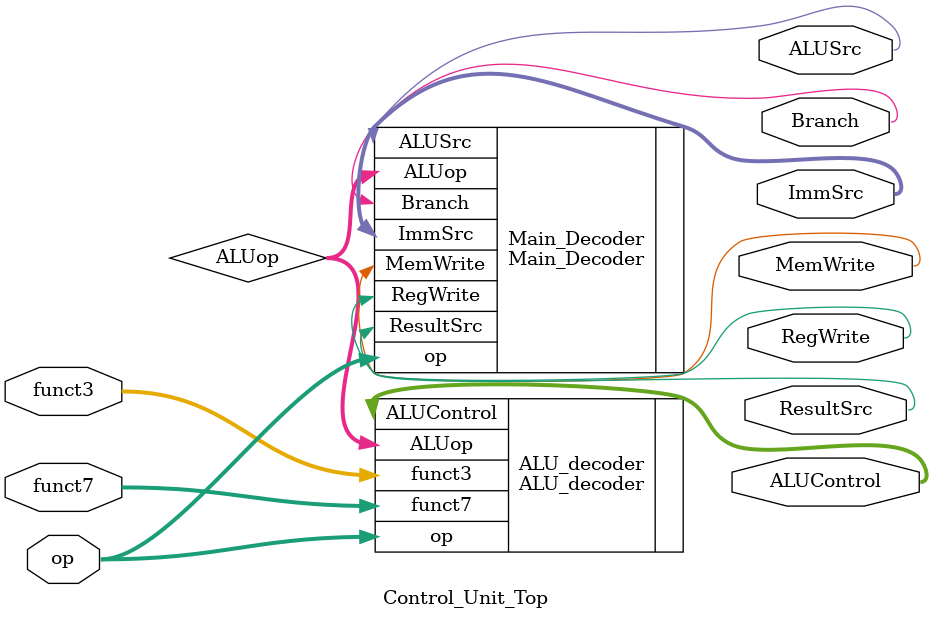
<source format=v>
`include "ALU_decoder.v"
`include "Main_Decoder.v"

module Control_Unit_Top(op,RegWrite,ImmSrc,ALUSrc,MemWrite,ResultSrc,Branch,funct3,funct7,ALUControl);

    input [6:0]op,funct7;
    input [2:0]funct3;
    output RegWrite,ALUSrc,MemWrite,ResultSrc,Branch;
    output [1:0]ImmSrc;
    output [2:0]ALUControl;
  
    wire [1:0] ALUop;

Main_Decoder Main_Decoder(
                .op(op),
                .RegWrite(RegWrite),
                .ImmSrc(ImmSrc),
                .MemWrite(MemWrite),
                .ResultSrc(ResultSrc),
                .Branch(Branch),
                .ALUSrc(ALUSrc),
                .ALUop(ALUop)
);

ALU_decoder ALU_decoder(
        .ALUop(ALUop), 
        .funct3(funct3), 
        .funct7(funct7), 
        .ALUControl(ALUControl), 
        .op(op)
);

endmodule
</source>
